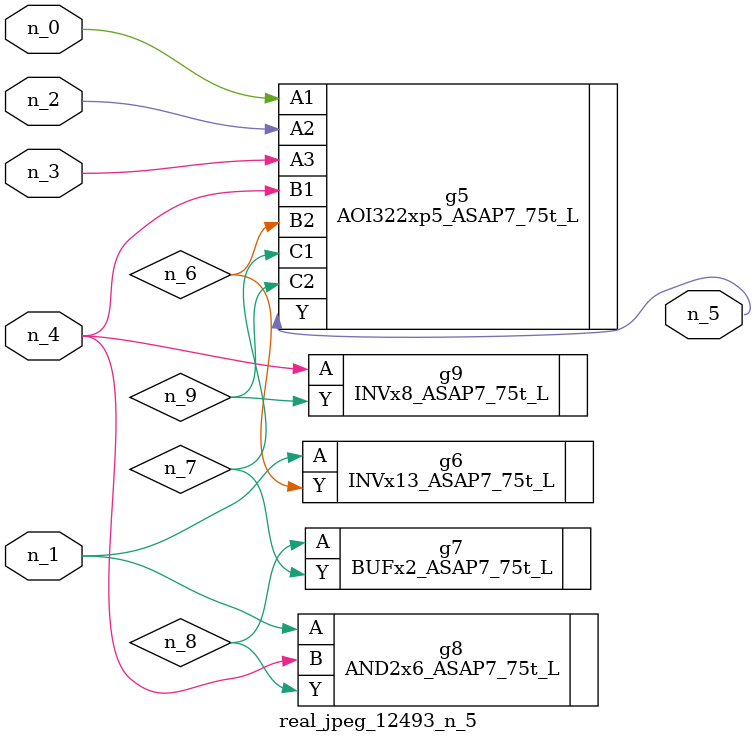
<source format=v>
module real_jpeg_12493_n_5 (n_4, n_0, n_1, n_2, n_3, n_5);

input n_4;
input n_0;
input n_1;
input n_2;
input n_3;

output n_5;

wire n_8;
wire n_6;
wire n_7;
wire n_9;

AOI322xp5_ASAP7_75t_L g5 ( 
.A1(n_0),
.A2(n_2),
.A3(n_3),
.B1(n_4),
.B2(n_6),
.C1(n_7),
.C2(n_9),
.Y(n_5)
);

INVx13_ASAP7_75t_L g6 ( 
.A(n_1),
.Y(n_6)
);

AND2x6_ASAP7_75t_L g8 ( 
.A(n_1),
.B(n_4),
.Y(n_8)
);

INVx8_ASAP7_75t_L g9 ( 
.A(n_4),
.Y(n_9)
);

BUFx2_ASAP7_75t_L g7 ( 
.A(n_8),
.Y(n_7)
);


endmodule
</source>
